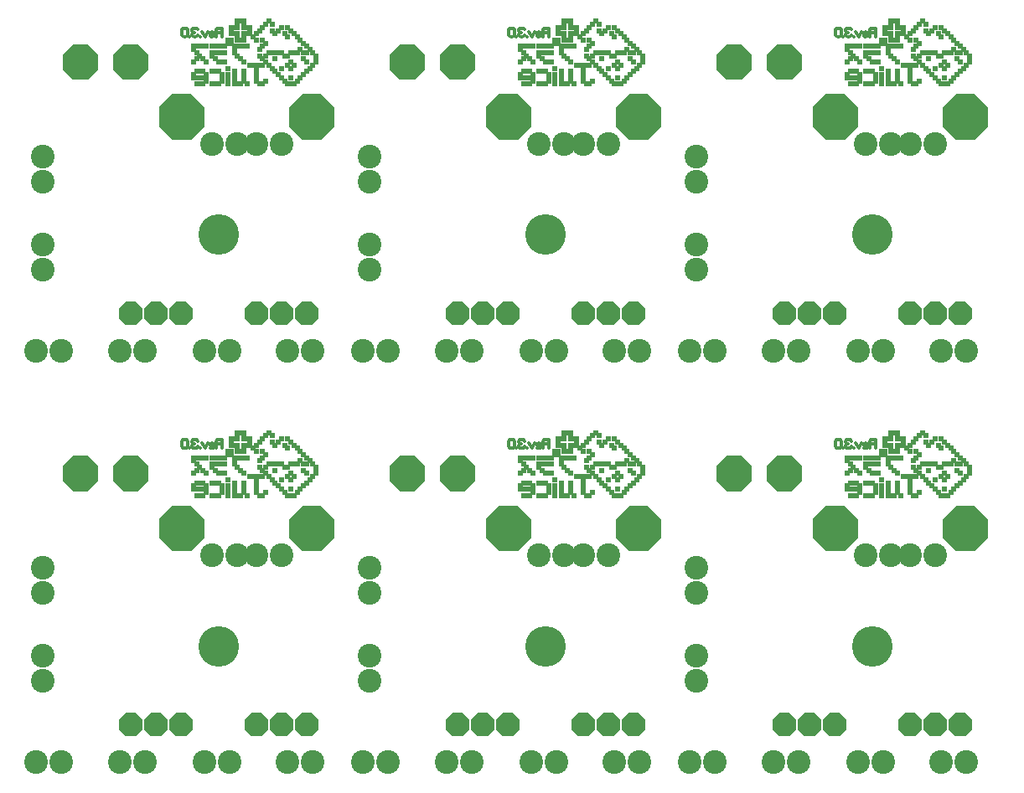
<source format=gbr>
%FSLAX34Y34*%
%MOMM*%
%LNSOLDERMASK_BOTTOM*%
G71*
G01*
%ADD10C, 2.40*%
%ADD11R, 0.47X0.47*%
%ADD12C, 0.31*%
%ADD13C, 2.40*%
%ADD14C, 4.10*%
%LPD*%
G36*
X143412Y933918D02*
X132882Y923388D01*
X117942Y923388D01*
X107412Y933918D01*
X107412Y948858D01*
X117942Y959388D01*
X132882Y959388D01*
X143412Y948858D01*
X143412Y933918D01*
G37*
G36*
X92612Y933918D02*
X82082Y923388D01*
X67142Y923388D01*
X56612Y933918D01*
X56612Y948858D01*
X67142Y959388D01*
X82082Y959388D01*
X92612Y948858D01*
X92612Y933918D01*
G37*
X36512Y820738D02*
G54D10*
D03*
X36512Y846138D02*
G54D10*
D03*
X36512Y731838D02*
G54D10*
D03*
X36512Y757238D02*
G54D10*
D03*
G36*
X56612Y948858D02*
X67142Y959388D01*
X82082Y959388D01*
X92612Y948858D01*
X92612Y933918D01*
X82082Y923388D01*
X67142Y923388D01*
X56612Y933918D01*
X56612Y948858D01*
G37*
X36512Y846138D02*
G54D10*
D03*
X36512Y757238D02*
G54D10*
D03*
X207962Y858838D02*
G54D10*
D03*
G36*
X113413Y692367D02*
X120433Y699387D01*
X130393Y699387D01*
X137413Y692367D01*
X137413Y682407D01*
X130393Y675387D01*
X120433Y675387D01*
X113413Y682407D01*
X113413Y692367D01*
G37*
G36*
X138813Y692367D02*
X145833Y699387D01*
X155793Y699387D01*
X162813Y692367D01*
X162813Y682407D01*
X155793Y675387D01*
X145833Y675387D01*
X138813Y682407D01*
X138813Y692367D01*
G37*
G36*
X164212Y692367D02*
X171232Y699387D01*
X181192Y699387D01*
X188212Y692367D01*
X188212Y682407D01*
X181192Y675387D01*
X171232Y675387D01*
X164212Y682407D01*
X164212Y692367D01*
G37*
G36*
X138813Y692367D02*
X145833Y699387D01*
X155793Y699387D01*
X162813Y692367D01*
X162813Y682407D01*
X155793Y675387D01*
X145833Y675387D01*
X138813Y682407D01*
X138813Y692367D01*
G37*
X277812Y858838D02*
G54D10*
D03*
X252809Y858838D02*
G54D10*
D03*
X232966Y858837D02*
G54D10*
D03*
X207962Y858837D02*
G54D10*
D03*
G36*
X331570Y876280D02*
X318115Y862825D01*
X299025Y862825D01*
X285570Y876280D01*
X285570Y895370D01*
X299025Y908825D01*
X318115Y908825D01*
X331570Y895370D01*
X331570Y876280D01*
G37*
G36*
X200006Y876280D02*
X186551Y862825D01*
X167461Y862825D01*
X154006Y876280D01*
X154006Y895370D01*
X167461Y908825D01*
X186551Y908825D01*
X200006Y895370D01*
X200006Y876280D01*
G37*
X312738Y941388D02*
G54D11*
D03*
X309562Y938212D02*
G54D11*
D03*
X306388Y935038D02*
G54D11*
D03*
X303212Y931862D02*
G54D11*
D03*
X312738Y947738D02*
G54D11*
D03*
X309562Y950912D02*
G54D11*
D03*
X306388Y954088D02*
G54D11*
D03*
X303212Y957262D02*
G54D11*
D03*
X300038Y960438D02*
G54D11*
D03*
X300038Y928688D02*
G54D11*
D03*
X296862Y925512D02*
G54D11*
D03*
X293688Y922338D02*
G54D11*
D03*
X290512Y919162D02*
G54D11*
D03*
X284162Y919162D02*
G54D11*
D03*
X280988Y922338D02*
G54D11*
D03*
X277812Y925512D02*
G54D11*
D03*
X274638Y928688D02*
G54D11*
D03*
X271462Y931862D02*
G54D11*
D03*
X268288Y935038D02*
G54D11*
D03*
X265112Y938212D02*
G54D11*
D03*
X261938Y941388D02*
G54D11*
D03*
X258762Y944562D02*
G54D11*
D03*
X296862Y963612D02*
G54D11*
D03*
X293688Y966788D02*
G54D11*
D03*
X290512Y969962D02*
G54D11*
D03*
X287338Y973138D02*
G54D11*
D03*
X271462Y969962D02*
G54D11*
D03*
X261938Y960438D02*
G54D11*
D03*
X258762Y963612D02*
G54D11*
D03*
X268288Y973138D02*
G54D11*
D03*
X268288Y979488D02*
G54D11*
D03*
X265112Y982662D02*
G54D11*
D03*
X261938Y979488D02*
G54D11*
D03*
X258762Y976312D02*
G54D11*
D03*
X255588Y973138D02*
G54D11*
D03*
X252412Y969962D02*
G54D11*
D03*
X249238Y966788D02*
G54D11*
D03*
X252412Y963612D02*
G54D11*
D03*
X303212Y950912D02*
G54D11*
D03*
X300038Y950912D02*
G54D11*
D03*
X296862Y954088D02*
G54D11*
D03*
X293688Y950912D02*
G54D11*
D03*
X290512Y950912D02*
G54D11*
D03*
X287338Y950912D02*
G54D11*
D03*
X284162Y947738D02*
G54D11*
D03*
X280988Y947738D02*
G54D11*
D03*
X277812Y950912D02*
G54D11*
D03*
X274638Y950912D02*
G54D11*
D03*
X271462Y950912D02*
G54D11*
D03*
X268288Y950912D02*
G54D11*
D03*
X265112Y950912D02*
G54D11*
D03*
X261938Y947738D02*
G54D11*
D03*
X246062Y976312D02*
G54D11*
D03*
X246062Y973138D02*
G54D11*
D03*
X246062Y969962D02*
G54D11*
D03*
X242888Y969962D02*
G54D11*
D03*
X242888Y976312D02*
G54D11*
D03*
X239712Y976312D02*
G54D11*
D03*
X239712Y979488D02*
G54D11*
D03*
X239712Y982662D02*
G54D11*
D03*
X236538Y982662D02*
G54D11*
D03*
X233362Y982662D02*
G54D11*
D03*
X233362Y979488D02*
G54D11*
D03*
X233362Y976312D02*
G54D11*
D03*
X230188Y976312D02*
G54D11*
D03*
X227012Y976312D02*
G54D11*
D03*
X227012Y973138D02*
G54D11*
D03*
X227012Y969962D02*
G54D11*
D03*
X230188Y969962D02*
G54D11*
D03*
X233362Y969962D02*
G54D11*
D03*
X239712Y969962D02*
G54D11*
D03*
X239712Y966788D02*
G54D11*
D03*
X239712Y963612D02*
G54D11*
D03*
X236538Y963612D02*
G54D11*
D03*
X233362Y963612D02*
G54D11*
D03*
X233362Y966788D02*
G54D11*
D03*
X284162Y976312D02*
G54D11*
D03*
X277812Y976312D02*
G54D11*
D03*
X274638Y973138D02*
G54D11*
D03*
X258762Y957262D02*
G54D11*
D03*
X255588Y954088D02*
G54D11*
D03*
X255588Y947738D02*
G54D11*
D03*
X258762Y938212D02*
G54D11*
D03*
X255588Y938212D02*
G54D11*
D03*
X252412Y938212D02*
G54D11*
D03*
X249238Y938212D02*
G54D11*
D03*
X246062Y938212D02*
G54D11*
D03*
X252412Y935038D02*
G54D11*
D03*
X252412Y931862D02*
G54D11*
D03*
X252412Y928688D02*
G54D11*
D03*
X252412Y925512D02*
G54D11*
D03*
X252412Y922338D02*
G54D11*
D03*
X255588Y919162D02*
G54D11*
D03*
X258762Y919162D02*
G54D11*
D03*
X261938Y922338D02*
G54D11*
D03*
X242888Y919162D02*
G54D11*
D03*
X239712Y922338D02*
G54D11*
D03*
X239712Y925512D02*
G54D11*
D03*
X239712Y928688D02*
G54D11*
D03*
X239712Y931862D02*
G54D11*
D03*
X236538Y919162D02*
G54D11*
D03*
X233362Y919162D02*
G54D11*
D03*
X230188Y919162D02*
G54D11*
D03*
X230188Y922338D02*
G54D11*
D03*
X230188Y925512D02*
G54D11*
D03*
X230188Y928688D02*
G54D11*
D03*
X230188Y931862D02*
G54D11*
D03*
X223838Y935038D02*
G54D11*
D03*
X223838Y928688D02*
G54D11*
D03*
X223838Y925512D02*
G54D11*
D03*
X223838Y922338D02*
G54D11*
D03*
X223838Y919162D02*
G54D11*
D03*
X217488Y922338D02*
G54D11*
D03*
X217488Y925512D02*
G54D11*
D03*
X217488Y928688D02*
G54D11*
D03*
X214312Y931862D02*
G54D11*
D03*
X211138Y931862D02*
G54D11*
D03*
X214312Y919162D02*
G54D11*
D03*
X211138Y919162D02*
G54D11*
D03*
X207962Y919162D02*
G54D11*
D03*
X207962Y931862D02*
G54D11*
D03*
X201612Y922338D02*
G54D11*
D03*
X201612Y925512D02*
G54D11*
D03*
X201612Y928688D02*
G54D11*
D03*
X198438Y931862D02*
G54D11*
D03*
X195262Y931862D02*
G54D11*
D03*
X192088Y931862D02*
G54D11*
D03*
X198438Y919162D02*
G54D11*
D03*
X195262Y919162D02*
G54D11*
D03*
X192088Y919162D02*
G54D11*
D03*
X188912Y928688D02*
G54D11*
D03*
X188912Y925512D02*
G54D11*
D03*
X192088Y925512D02*
G54D11*
D03*
X195262Y925512D02*
G54D11*
D03*
X198438Y925512D02*
G54D11*
D03*
X290512Y938212D02*
G54D11*
D03*
X287338Y935038D02*
G54D11*
D03*
X284162Y938212D02*
G54D11*
D03*
X287338Y941388D02*
G54D11*
D03*
X277812Y935038D02*
G54D11*
D03*
X300038Y944562D02*
G54D11*
D03*
X271462Y944562D02*
G54D11*
D03*
X287338Y925512D02*
G54D11*
D03*
X303212Y941388D02*
G54D11*
D03*
X242888Y957262D02*
G54D11*
D03*
X239712Y957262D02*
G54D11*
D03*
X236538Y957262D02*
G54D11*
D03*
X233362Y957262D02*
G54D11*
D03*
X230188Y957262D02*
G54D11*
D03*
X230188Y954088D02*
G54D11*
D03*
X230188Y950912D02*
G54D11*
D03*
X233362Y947738D02*
G54D11*
D03*
X236538Y944562D02*
G54D11*
D03*
X239712Y941388D02*
G54D11*
D03*
X227012Y963612D02*
G54D11*
D03*
X227012Y960438D02*
G54D11*
D03*
X223838Y960438D02*
G54D11*
D03*
X223838Y963612D02*
G54D11*
D03*
X220662Y957262D02*
G54D11*
D03*
X217488Y957262D02*
G54D11*
D03*
X214312Y957262D02*
G54D11*
D03*
X211138Y957262D02*
G54D11*
D03*
X207962Y957262D02*
G54D11*
D03*
X220662Y950912D02*
G54D11*
D03*
X217488Y950912D02*
G54D11*
D03*
X214312Y950912D02*
G54D11*
D03*
X211138Y950912D02*
G54D11*
D03*
X207962Y950912D02*
G54D11*
D03*
X207962Y947738D02*
G54D11*
D03*
X211138Y944562D02*
G54D11*
D03*
X214312Y941388D02*
G54D11*
D03*
X220662Y941388D02*
G54D11*
D03*
X217488Y941388D02*
G54D11*
D03*
X201612Y957262D02*
G54D11*
D03*
X198438Y957262D02*
G54D11*
D03*
X195262Y957262D02*
G54D11*
D03*
X192088Y957262D02*
G54D11*
D03*
X188912Y957262D02*
G54D11*
D03*
X188912Y954088D02*
G54D11*
D03*
X192088Y950912D02*
G54D11*
D03*
X195262Y947738D02*
G54D11*
D03*
X198438Y944562D02*
G54D11*
D03*
X201612Y941388D02*
G54D11*
D03*
X192088Y944562D02*
G54D11*
D03*
X188912Y941388D02*
G54D11*
D03*
X280988Y969962D02*
G54D11*
D03*
X284162Y966788D02*
G54D11*
D03*
G54D12*
X214821Y971232D02*
X212821Y970121D01*
X212154Y969010D01*
X212154Y966788D01*
G54D12*
X217488Y966788D02*
X217488Y975676D01*
X214154Y975676D01*
X212821Y975121D01*
X212154Y974010D01*
X212154Y972899D01*
X212821Y971788D01*
X214154Y971232D01*
X217488Y971232D01*
G54D12*
X205710Y967343D02*
X206777Y966788D01*
X208110Y966788D01*
X209444Y967343D01*
X209710Y968454D01*
X209710Y970343D01*
X209044Y971454D01*
X207710Y971788D01*
X206377Y971454D01*
X205710Y970676D01*
X205710Y969565D01*
X209710Y969565D01*
G54D12*
X203266Y971788D02*
X200600Y966788D01*
X197933Y971788D01*
G54D12*
X195490Y966788D02*
X195490Y966788D01*
G54D12*
X193046Y974010D02*
X192379Y975121D01*
X191046Y975676D01*
X189712Y975676D01*
X188379Y975121D01*
X187712Y974010D01*
X187712Y972899D01*
X188379Y971788D01*
X189712Y971232D01*
X188379Y970676D01*
X187712Y969565D01*
X187712Y968454D01*
X188379Y967343D01*
X189712Y966788D01*
X191046Y966788D01*
X192379Y967343D01*
X193046Y968454D01*
G54D12*
X185268Y966788D02*
X185268Y966788D01*
G54D12*
X177491Y974010D02*
X177491Y968454D01*
X178158Y967343D01*
X179491Y966788D01*
X180824Y966788D01*
X182158Y967343D01*
X182824Y968454D01*
X182824Y974010D01*
X182158Y975121D01*
X180824Y975676D01*
X179491Y975676D01*
X178158Y975121D01*
X177491Y974010D01*
X287338Y919162D02*
G54D11*
D03*
X312738Y944562D02*
G54D11*
D03*
G36*
X240412Y692368D02*
X247432Y699388D01*
X257392Y699388D01*
X264412Y692368D01*
X264412Y682408D01*
X257392Y675388D01*
X247432Y675388D01*
X240412Y682408D01*
X240412Y692368D01*
G37*
G36*
X265813Y692368D02*
X272833Y699388D01*
X282793Y699388D01*
X289813Y692368D01*
X289813Y682408D01*
X282793Y675388D01*
X272833Y675388D01*
X265813Y682408D01*
X265813Y692368D01*
G37*
G36*
X291212Y692368D02*
X298232Y699388D01*
X308192Y699388D01*
X315212Y692368D01*
X315212Y682408D01*
X308192Y675388D01*
X298232Y675388D01*
X291212Y682408D01*
X291212Y692368D01*
G37*
G36*
X265813Y692368D02*
X272833Y699388D01*
X282793Y699388D01*
X289813Y692368D01*
X289813Y682408D01*
X282793Y675388D01*
X272833Y675388D01*
X265813Y682408D01*
X265813Y692368D01*
G37*
X55562Y649288D02*
G54D13*
D03*
X30162Y649288D02*
G54D13*
D03*
X139700Y649288D02*
G54D13*
D03*
X114300Y649288D02*
G54D13*
D03*
X225425Y649288D02*
G54D13*
D03*
X200025Y649288D02*
G54D13*
D03*
X309562Y649288D02*
G54D13*
D03*
X284162Y649288D02*
G54D13*
D03*
X55562Y649288D02*
G54D13*
D03*
X139702Y649288D02*
G54D13*
D03*
X225422Y649288D02*
G54D13*
D03*
X309562Y649288D02*
G54D13*
D03*
X214312Y766762D02*
G54D14*
D03*
G36*
X473612Y933918D02*
X463082Y923388D01*
X448142Y923388D01*
X437612Y933918D01*
X437612Y948858D01*
X448142Y959388D01*
X463082Y959388D01*
X473612Y948858D01*
X473612Y933918D01*
G37*
G36*
X422812Y933918D02*
X412282Y923388D01*
X397342Y923388D01*
X386812Y933918D01*
X386812Y948858D01*
X397342Y959388D01*
X412282Y959388D01*
X422812Y948858D01*
X422812Y933918D01*
G37*
X366712Y820738D02*
G54D10*
D03*
X366712Y846138D02*
G54D10*
D03*
X366712Y731838D02*
G54D10*
D03*
X366712Y757238D02*
G54D10*
D03*
G36*
X386812Y948858D02*
X397342Y959388D01*
X412282Y959388D01*
X422812Y948858D01*
X422812Y933918D01*
X412282Y923388D01*
X397342Y923388D01*
X386812Y933918D01*
X386812Y948858D01*
G37*
X366712Y846138D02*
G54D10*
D03*
X366712Y757238D02*
G54D10*
D03*
X538162Y858838D02*
G54D10*
D03*
G36*
X443613Y692367D02*
X450633Y699387D01*
X460593Y699387D01*
X467613Y692367D01*
X467613Y682407D01*
X460593Y675387D01*
X450633Y675387D01*
X443613Y682407D01*
X443613Y692367D01*
G37*
G36*
X469013Y692367D02*
X476033Y699387D01*
X485993Y699387D01*
X493013Y692367D01*
X493013Y682407D01*
X485993Y675387D01*
X476033Y675387D01*
X469013Y682407D01*
X469013Y692367D01*
G37*
G36*
X494412Y692367D02*
X501432Y699387D01*
X511392Y699387D01*
X518412Y692367D01*
X518412Y682407D01*
X511392Y675387D01*
X501432Y675387D01*
X494412Y682407D01*
X494412Y692367D01*
G37*
G36*
X469013Y692367D02*
X476033Y699387D01*
X485993Y699387D01*
X493013Y692367D01*
X493013Y682407D01*
X485993Y675387D01*
X476033Y675387D01*
X469013Y682407D01*
X469013Y692367D01*
G37*
X608012Y858838D02*
G54D10*
D03*
X583009Y858838D02*
G54D10*
D03*
X563166Y858837D02*
G54D10*
D03*
X538162Y858837D02*
G54D10*
D03*
G36*
X661770Y876280D02*
X648315Y862825D01*
X629225Y862825D01*
X615770Y876280D01*
X615770Y895370D01*
X629225Y908825D01*
X648315Y908825D01*
X661770Y895370D01*
X661770Y876280D01*
G37*
G36*
X530206Y876280D02*
X516751Y862825D01*
X497661Y862825D01*
X484206Y876280D01*
X484206Y895370D01*
X497661Y908825D01*
X516751Y908825D01*
X530206Y895370D01*
X530206Y876280D01*
G37*
X642938Y941388D02*
G54D11*
D03*
X639762Y938212D02*
G54D11*
D03*
X636588Y935038D02*
G54D11*
D03*
X633412Y931862D02*
G54D11*
D03*
X642938Y947738D02*
G54D11*
D03*
X639762Y950912D02*
G54D11*
D03*
X636588Y954088D02*
G54D11*
D03*
X633412Y957262D02*
G54D11*
D03*
X630238Y960438D02*
G54D11*
D03*
X630238Y928688D02*
G54D11*
D03*
X627062Y925512D02*
G54D11*
D03*
X623888Y922338D02*
G54D11*
D03*
X620712Y919162D02*
G54D11*
D03*
X614362Y919162D02*
G54D11*
D03*
X611188Y922338D02*
G54D11*
D03*
X608012Y925512D02*
G54D11*
D03*
X604838Y928688D02*
G54D11*
D03*
X601662Y931862D02*
G54D11*
D03*
X598488Y935038D02*
G54D11*
D03*
X595312Y938212D02*
G54D11*
D03*
X592138Y941388D02*
G54D11*
D03*
X588962Y944562D02*
G54D11*
D03*
X627062Y963612D02*
G54D11*
D03*
X623888Y966788D02*
G54D11*
D03*
X620712Y969962D02*
G54D11*
D03*
X617538Y973138D02*
G54D11*
D03*
X601662Y969962D02*
G54D11*
D03*
X592138Y960438D02*
G54D11*
D03*
X588962Y963612D02*
G54D11*
D03*
X598488Y973138D02*
G54D11*
D03*
X598488Y979488D02*
G54D11*
D03*
X595312Y982662D02*
G54D11*
D03*
X592138Y979488D02*
G54D11*
D03*
X588962Y976312D02*
G54D11*
D03*
X585788Y973138D02*
G54D11*
D03*
X582612Y969962D02*
G54D11*
D03*
X579438Y966788D02*
G54D11*
D03*
X582612Y963612D02*
G54D11*
D03*
X633412Y950912D02*
G54D11*
D03*
X630238Y950912D02*
G54D11*
D03*
X627062Y954088D02*
G54D11*
D03*
X623888Y950912D02*
G54D11*
D03*
X620712Y950912D02*
G54D11*
D03*
X617538Y950912D02*
G54D11*
D03*
X614362Y947738D02*
G54D11*
D03*
X611188Y947738D02*
G54D11*
D03*
X608012Y950912D02*
G54D11*
D03*
X604838Y950912D02*
G54D11*
D03*
X601662Y950912D02*
G54D11*
D03*
X598488Y950912D02*
G54D11*
D03*
X595312Y950912D02*
G54D11*
D03*
X592138Y947738D02*
G54D11*
D03*
X576262Y976312D02*
G54D11*
D03*
X576262Y973138D02*
G54D11*
D03*
X576262Y969962D02*
G54D11*
D03*
X573088Y969962D02*
G54D11*
D03*
X573088Y976312D02*
G54D11*
D03*
X569912Y976312D02*
G54D11*
D03*
X569912Y979488D02*
G54D11*
D03*
X569912Y982662D02*
G54D11*
D03*
X566738Y982662D02*
G54D11*
D03*
X563562Y982662D02*
G54D11*
D03*
X563562Y979488D02*
G54D11*
D03*
X563562Y976312D02*
G54D11*
D03*
X560388Y976312D02*
G54D11*
D03*
X557212Y976312D02*
G54D11*
D03*
X557212Y973138D02*
G54D11*
D03*
X557212Y969962D02*
G54D11*
D03*
X560388Y969962D02*
G54D11*
D03*
X563562Y969962D02*
G54D11*
D03*
X569912Y969962D02*
G54D11*
D03*
X569912Y966788D02*
G54D11*
D03*
X569912Y963612D02*
G54D11*
D03*
X566738Y963612D02*
G54D11*
D03*
X563562Y963612D02*
G54D11*
D03*
X563562Y966788D02*
G54D11*
D03*
X614362Y976312D02*
G54D11*
D03*
X608012Y976312D02*
G54D11*
D03*
X604838Y973138D02*
G54D11*
D03*
X588962Y957262D02*
G54D11*
D03*
X585788Y954088D02*
G54D11*
D03*
X585788Y947738D02*
G54D11*
D03*
X588962Y938212D02*
G54D11*
D03*
X585788Y938212D02*
G54D11*
D03*
X582612Y938212D02*
G54D11*
D03*
X579438Y938212D02*
G54D11*
D03*
X576262Y938212D02*
G54D11*
D03*
X582612Y935038D02*
G54D11*
D03*
X582612Y931862D02*
G54D11*
D03*
X582612Y928688D02*
G54D11*
D03*
X582612Y925512D02*
G54D11*
D03*
X582612Y922338D02*
G54D11*
D03*
X585788Y919162D02*
G54D11*
D03*
X588962Y919162D02*
G54D11*
D03*
X592138Y922338D02*
G54D11*
D03*
X573088Y919162D02*
G54D11*
D03*
X569912Y922338D02*
G54D11*
D03*
X569912Y925512D02*
G54D11*
D03*
X569912Y928688D02*
G54D11*
D03*
X569912Y931862D02*
G54D11*
D03*
X566738Y919162D02*
G54D11*
D03*
X563562Y919162D02*
G54D11*
D03*
X560388Y919162D02*
G54D11*
D03*
X560388Y922338D02*
G54D11*
D03*
X560388Y925512D02*
G54D11*
D03*
X560388Y928688D02*
G54D11*
D03*
X560388Y931862D02*
G54D11*
D03*
X554038Y935038D02*
G54D11*
D03*
X554038Y928688D02*
G54D11*
D03*
X554038Y925512D02*
G54D11*
D03*
X554038Y922338D02*
G54D11*
D03*
X554038Y919162D02*
G54D11*
D03*
X547688Y922338D02*
G54D11*
D03*
X547688Y925512D02*
G54D11*
D03*
X547688Y928688D02*
G54D11*
D03*
X544512Y931862D02*
G54D11*
D03*
X541338Y931862D02*
G54D11*
D03*
X544512Y919162D02*
G54D11*
D03*
X541338Y919162D02*
G54D11*
D03*
X538162Y919162D02*
G54D11*
D03*
X538162Y931862D02*
G54D11*
D03*
X531812Y922338D02*
G54D11*
D03*
X531812Y925512D02*
G54D11*
D03*
X531812Y928688D02*
G54D11*
D03*
X528638Y931862D02*
G54D11*
D03*
X525462Y931862D02*
G54D11*
D03*
X522288Y931862D02*
G54D11*
D03*
X528638Y919162D02*
G54D11*
D03*
X525462Y919162D02*
G54D11*
D03*
X522288Y919162D02*
G54D11*
D03*
X519112Y928688D02*
G54D11*
D03*
X519112Y925512D02*
G54D11*
D03*
X522288Y925512D02*
G54D11*
D03*
X525462Y925512D02*
G54D11*
D03*
X528638Y925512D02*
G54D11*
D03*
X620712Y938212D02*
G54D11*
D03*
X617538Y935038D02*
G54D11*
D03*
X614362Y938212D02*
G54D11*
D03*
X617538Y941388D02*
G54D11*
D03*
X608012Y935038D02*
G54D11*
D03*
X630238Y944562D02*
G54D11*
D03*
X601662Y944562D02*
G54D11*
D03*
X617538Y925512D02*
G54D11*
D03*
X633412Y941388D02*
G54D11*
D03*
X573088Y957262D02*
G54D11*
D03*
X569912Y957262D02*
G54D11*
D03*
X566738Y957262D02*
G54D11*
D03*
X563562Y957262D02*
G54D11*
D03*
X560388Y957262D02*
G54D11*
D03*
X560388Y954088D02*
G54D11*
D03*
X560388Y950912D02*
G54D11*
D03*
X563562Y947738D02*
G54D11*
D03*
X566738Y944562D02*
G54D11*
D03*
X569912Y941388D02*
G54D11*
D03*
X557212Y963612D02*
G54D11*
D03*
X557212Y960438D02*
G54D11*
D03*
X554038Y960438D02*
G54D11*
D03*
X554038Y963612D02*
G54D11*
D03*
X550862Y957262D02*
G54D11*
D03*
X547688Y957262D02*
G54D11*
D03*
X544512Y957262D02*
G54D11*
D03*
X541338Y957262D02*
G54D11*
D03*
X538162Y957262D02*
G54D11*
D03*
X550862Y950912D02*
G54D11*
D03*
X547688Y950912D02*
G54D11*
D03*
X544512Y950912D02*
G54D11*
D03*
X541338Y950912D02*
G54D11*
D03*
X538162Y950912D02*
G54D11*
D03*
X538162Y947738D02*
G54D11*
D03*
X541338Y944562D02*
G54D11*
D03*
X544512Y941388D02*
G54D11*
D03*
X550862Y941388D02*
G54D11*
D03*
X547688Y941388D02*
G54D11*
D03*
X531812Y957262D02*
G54D11*
D03*
X528638Y957262D02*
G54D11*
D03*
X525462Y957262D02*
G54D11*
D03*
X522288Y957262D02*
G54D11*
D03*
X519112Y957262D02*
G54D11*
D03*
X519112Y954088D02*
G54D11*
D03*
X522288Y950912D02*
G54D11*
D03*
X525462Y947738D02*
G54D11*
D03*
X528638Y944562D02*
G54D11*
D03*
X531812Y941388D02*
G54D11*
D03*
X522288Y944562D02*
G54D11*
D03*
X519112Y941388D02*
G54D11*
D03*
X611188Y969962D02*
G54D11*
D03*
X614362Y966788D02*
G54D11*
D03*
G54D12*
X545021Y971232D02*
X543021Y970121D01*
X542354Y969010D01*
X542354Y966788D01*
G54D12*
X547688Y966788D02*
X547688Y975676D01*
X544354Y975676D01*
X543021Y975121D01*
X542354Y974010D01*
X542354Y972899D01*
X543021Y971788D01*
X544354Y971232D01*
X547688Y971232D01*
G54D12*
X535910Y967343D02*
X536977Y966788D01*
X538310Y966788D01*
X539644Y967343D01*
X539910Y968454D01*
X539910Y970343D01*
X539244Y971454D01*
X537910Y971788D01*
X536577Y971454D01*
X535910Y970676D01*
X535910Y969565D01*
X539910Y969565D01*
G54D12*
X533466Y971788D02*
X530800Y966788D01*
X528133Y971788D01*
G54D12*
X525690Y966788D02*
X525690Y966788D01*
G54D12*
X523246Y974010D02*
X522579Y975121D01*
X521246Y975676D01*
X519912Y975676D01*
X518579Y975121D01*
X517912Y974010D01*
X517912Y972899D01*
X518579Y971788D01*
X519912Y971232D01*
X518579Y970676D01*
X517912Y969565D01*
X517912Y968454D01*
X518579Y967343D01*
X519912Y966788D01*
X521246Y966788D01*
X522579Y967343D01*
X523246Y968454D01*
G54D12*
X515468Y966788D02*
X515468Y966788D01*
G54D12*
X507691Y974010D02*
X507691Y968454D01*
X508358Y967343D01*
X509691Y966788D01*
X511024Y966788D01*
X512358Y967343D01*
X513024Y968454D01*
X513024Y974010D01*
X512358Y975121D01*
X511024Y975676D01*
X509691Y975676D01*
X508358Y975121D01*
X507691Y974010D01*
X617538Y919162D02*
G54D11*
D03*
X642938Y944562D02*
G54D11*
D03*
G36*
X570612Y692368D02*
X577632Y699388D01*
X587592Y699388D01*
X594612Y692368D01*
X594612Y682408D01*
X587592Y675388D01*
X577632Y675388D01*
X570612Y682408D01*
X570612Y692368D01*
G37*
G36*
X596013Y692368D02*
X603033Y699388D01*
X612993Y699388D01*
X620013Y692368D01*
X620013Y682408D01*
X612993Y675388D01*
X603033Y675388D01*
X596013Y682408D01*
X596013Y692368D01*
G37*
G36*
X621412Y692368D02*
X628432Y699388D01*
X638392Y699388D01*
X645412Y692368D01*
X645412Y682408D01*
X638392Y675388D01*
X628432Y675388D01*
X621412Y682408D01*
X621412Y692368D01*
G37*
G36*
X596013Y692368D02*
X603033Y699388D01*
X612993Y699388D01*
X620013Y692368D01*
X620013Y682408D01*
X612993Y675388D01*
X603033Y675388D01*
X596013Y682408D01*
X596013Y692368D01*
G37*
X385762Y649288D02*
G54D13*
D03*
X360362Y649288D02*
G54D13*
D03*
X469900Y649288D02*
G54D13*
D03*
X444500Y649288D02*
G54D13*
D03*
X555625Y649288D02*
G54D13*
D03*
X530225Y649288D02*
G54D13*
D03*
X639762Y649288D02*
G54D13*
D03*
X614362Y649288D02*
G54D13*
D03*
X385762Y649288D02*
G54D13*
D03*
X469902Y649288D02*
G54D13*
D03*
X555622Y649288D02*
G54D13*
D03*
X639762Y649288D02*
G54D13*
D03*
X544512Y766762D02*
G54D14*
D03*
G36*
X803812Y933918D02*
X793282Y923388D01*
X778342Y923388D01*
X767812Y933918D01*
X767812Y948858D01*
X778342Y959388D01*
X793282Y959388D01*
X803812Y948858D01*
X803812Y933918D01*
G37*
G36*
X753012Y933918D02*
X742482Y923388D01*
X727542Y923388D01*
X717012Y933918D01*
X717012Y948858D01*
X727542Y959388D01*
X742482Y959388D01*
X753012Y948858D01*
X753012Y933918D01*
G37*
X696912Y820738D02*
G54D10*
D03*
X696912Y846138D02*
G54D10*
D03*
X696912Y731838D02*
G54D10*
D03*
X696912Y757238D02*
G54D10*
D03*
G36*
X717012Y948858D02*
X727542Y959388D01*
X742482Y959388D01*
X753012Y948858D01*
X753012Y933918D01*
X742482Y923388D01*
X727542Y923388D01*
X717012Y933918D01*
X717012Y948858D01*
G37*
X696912Y846138D02*
G54D10*
D03*
X696912Y757238D02*
G54D10*
D03*
X868362Y858838D02*
G54D10*
D03*
G36*
X773813Y692367D02*
X780833Y699387D01*
X790793Y699387D01*
X797813Y692367D01*
X797813Y682407D01*
X790793Y675387D01*
X780833Y675387D01*
X773813Y682407D01*
X773813Y692367D01*
G37*
G36*
X799213Y692367D02*
X806233Y699387D01*
X816193Y699387D01*
X823213Y692367D01*
X823213Y682407D01*
X816193Y675387D01*
X806233Y675387D01*
X799213Y682407D01*
X799213Y692367D01*
G37*
G36*
X824612Y692367D02*
X831632Y699387D01*
X841592Y699387D01*
X848612Y692367D01*
X848612Y682407D01*
X841592Y675387D01*
X831632Y675387D01*
X824612Y682407D01*
X824612Y692367D01*
G37*
G36*
X799213Y692367D02*
X806233Y699387D01*
X816193Y699387D01*
X823213Y692367D01*
X823213Y682407D01*
X816193Y675387D01*
X806233Y675387D01*
X799213Y682407D01*
X799213Y692367D01*
G37*
X938212Y858838D02*
G54D10*
D03*
X913209Y858838D02*
G54D10*
D03*
X893366Y858837D02*
G54D10*
D03*
X868362Y858837D02*
G54D10*
D03*
G36*
X991970Y876280D02*
X978515Y862825D01*
X959425Y862825D01*
X945970Y876280D01*
X945970Y895370D01*
X959425Y908825D01*
X978515Y908825D01*
X991970Y895370D01*
X991970Y876280D01*
G37*
G36*
X860406Y876280D02*
X846951Y862825D01*
X827861Y862825D01*
X814406Y876280D01*
X814406Y895370D01*
X827861Y908825D01*
X846951Y908825D01*
X860406Y895370D01*
X860406Y876280D01*
G37*
X973138Y941388D02*
G54D11*
D03*
X969962Y938212D02*
G54D11*
D03*
X966788Y935038D02*
G54D11*
D03*
X963612Y931862D02*
G54D11*
D03*
X973138Y947738D02*
G54D11*
D03*
X969962Y950912D02*
G54D11*
D03*
X966788Y954088D02*
G54D11*
D03*
X963612Y957262D02*
G54D11*
D03*
X960438Y960438D02*
G54D11*
D03*
X960438Y928688D02*
G54D11*
D03*
X957262Y925512D02*
G54D11*
D03*
X954088Y922338D02*
G54D11*
D03*
X950912Y919162D02*
G54D11*
D03*
X944562Y919162D02*
G54D11*
D03*
X941388Y922338D02*
G54D11*
D03*
X938212Y925512D02*
G54D11*
D03*
X935038Y928688D02*
G54D11*
D03*
X931862Y931862D02*
G54D11*
D03*
X928688Y935038D02*
G54D11*
D03*
X925512Y938212D02*
G54D11*
D03*
X922338Y941388D02*
G54D11*
D03*
X919162Y944562D02*
G54D11*
D03*
X957262Y963612D02*
G54D11*
D03*
X954088Y966788D02*
G54D11*
D03*
X950912Y969962D02*
G54D11*
D03*
X947738Y973138D02*
G54D11*
D03*
X931862Y969962D02*
G54D11*
D03*
X922338Y960438D02*
G54D11*
D03*
X919162Y963612D02*
G54D11*
D03*
X928688Y973138D02*
G54D11*
D03*
X928688Y979488D02*
G54D11*
D03*
X925512Y982662D02*
G54D11*
D03*
X922338Y979488D02*
G54D11*
D03*
X919162Y976312D02*
G54D11*
D03*
X915988Y973138D02*
G54D11*
D03*
X912812Y969962D02*
G54D11*
D03*
X909638Y966788D02*
G54D11*
D03*
X912812Y963612D02*
G54D11*
D03*
X963612Y950912D02*
G54D11*
D03*
X960438Y950912D02*
G54D11*
D03*
X957262Y954088D02*
G54D11*
D03*
X954088Y950912D02*
G54D11*
D03*
X950912Y950912D02*
G54D11*
D03*
X947738Y950912D02*
G54D11*
D03*
X944562Y947738D02*
G54D11*
D03*
X941388Y947738D02*
G54D11*
D03*
X938212Y950912D02*
G54D11*
D03*
X935038Y950912D02*
G54D11*
D03*
X931862Y950912D02*
G54D11*
D03*
X928688Y950912D02*
G54D11*
D03*
X925512Y950912D02*
G54D11*
D03*
X922338Y947738D02*
G54D11*
D03*
X906462Y976312D02*
G54D11*
D03*
X906462Y973138D02*
G54D11*
D03*
X906462Y969962D02*
G54D11*
D03*
X903288Y969962D02*
G54D11*
D03*
X903288Y976312D02*
G54D11*
D03*
X900112Y976312D02*
G54D11*
D03*
X900112Y979488D02*
G54D11*
D03*
X900112Y982662D02*
G54D11*
D03*
X896938Y982662D02*
G54D11*
D03*
X893762Y982662D02*
G54D11*
D03*
X893762Y979488D02*
G54D11*
D03*
X893762Y976312D02*
G54D11*
D03*
X890588Y976312D02*
G54D11*
D03*
X887412Y976312D02*
G54D11*
D03*
X887412Y973138D02*
G54D11*
D03*
X887412Y969962D02*
G54D11*
D03*
X890588Y969962D02*
G54D11*
D03*
X893762Y969962D02*
G54D11*
D03*
X900112Y969962D02*
G54D11*
D03*
X900112Y966788D02*
G54D11*
D03*
X900112Y963612D02*
G54D11*
D03*
X896938Y963612D02*
G54D11*
D03*
X893762Y963612D02*
G54D11*
D03*
X893762Y966788D02*
G54D11*
D03*
X944562Y976312D02*
G54D11*
D03*
X938212Y976312D02*
G54D11*
D03*
X935038Y973138D02*
G54D11*
D03*
X919162Y957262D02*
G54D11*
D03*
X915988Y954088D02*
G54D11*
D03*
X915988Y947738D02*
G54D11*
D03*
X919162Y938212D02*
G54D11*
D03*
X915988Y938212D02*
G54D11*
D03*
X912812Y938212D02*
G54D11*
D03*
X909638Y938212D02*
G54D11*
D03*
X906462Y938212D02*
G54D11*
D03*
X912812Y935038D02*
G54D11*
D03*
X912812Y931862D02*
G54D11*
D03*
X912812Y928688D02*
G54D11*
D03*
X912812Y925512D02*
G54D11*
D03*
X912812Y922338D02*
G54D11*
D03*
X915988Y919162D02*
G54D11*
D03*
X919162Y919162D02*
G54D11*
D03*
X922338Y922338D02*
G54D11*
D03*
X903288Y919162D02*
G54D11*
D03*
X900112Y922338D02*
G54D11*
D03*
X900112Y925512D02*
G54D11*
D03*
X900112Y928688D02*
G54D11*
D03*
X900112Y931862D02*
G54D11*
D03*
X896938Y919162D02*
G54D11*
D03*
X893762Y919162D02*
G54D11*
D03*
X890588Y919162D02*
G54D11*
D03*
X890588Y922338D02*
G54D11*
D03*
X890588Y925512D02*
G54D11*
D03*
X890588Y928688D02*
G54D11*
D03*
X890588Y931862D02*
G54D11*
D03*
X884238Y935038D02*
G54D11*
D03*
X884238Y928688D02*
G54D11*
D03*
X884238Y925512D02*
G54D11*
D03*
X884238Y922338D02*
G54D11*
D03*
X884238Y919162D02*
G54D11*
D03*
X877888Y922338D02*
G54D11*
D03*
X877888Y925512D02*
G54D11*
D03*
X877888Y928688D02*
G54D11*
D03*
X874712Y931862D02*
G54D11*
D03*
X871538Y931862D02*
G54D11*
D03*
X874712Y919162D02*
G54D11*
D03*
X871538Y919162D02*
G54D11*
D03*
X868362Y919162D02*
G54D11*
D03*
X868362Y931862D02*
G54D11*
D03*
X862012Y922338D02*
G54D11*
D03*
X862012Y925512D02*
G54D11*
D03*
X862012Y928688D02*
G54D11*
D03*
X858838Y931862D02*
G54D11*
D03*
X855662Y931862D02*
G54D11*
D03*
X852488Y931862D02*
G54D11*
D03*
X858838Y919162D02*
G54D11*
D03*
X855662Y919162D02*
G54D11*
D03*
X852488Y919162D02*
G54D11*
D03*
X849312Y928688D02*
G54D11*
D03*
X849312Y925512D02*
G54D11*
D03*
X852488Y925512D02*
G54D11*
D03*
X855662Y925512D02*
G54D11*
D03*
X858838Y925512D02*
G54D11*
D03*
X950912Y938212D02*
G54D11*
D03*
X947738Y935038D02*
G54D11*
D03*
X944562Y938212D02*
G54D11*
D03*
X947738Y941388D02*
G54D11*
D03*
X938212Y935038D02*
G54D11*
D03*
X960438Y944562D02*
G54D11*
D03*
X931862Y944562D02*
G54D11*
D03*
X947738Y925512D02*
G54D11*
D03*
X963612Y941388D02*
G54D11*
D03*
X903288Y957262D02*
G54D11*
D03*
X900112Y957262D02*
G54D11*
D03*
X896938Y957262D02*
G54D11*
D03*
X893762Y957262D02*
G54D11*
D03*
X890588Y957262D02*
G54D11*
D03*
X890588Y954088D02*
G54D11*
D03*
X890588Y950912D02*
G54D11*
D03*
X893762Y947738D02*
G54D11*
D03*
X896938Y944562D02*
G54D11*
D03*
X900112Y941388D02*
G54D11*
D03*
X887412Y963612D02*
G54D11*
D03*
X887412Y960438D02*
G54D11*
D03*
X884238Y960438D02*
G54D11*
D03*
X884238Y963612D02*
G54D11*
D03*
X881062Y957262D02*
G54D11*
D03*
X877888Y957262D02*
G54D11*
D03*
X874712Y957262D02*
G54D11*
D03*
X871538Y957262D02*
G54D11*
D03*
X868362Y957262D02*
G54D11*
D03*
X881062Y950912D02*
G54D11*
D03*
X877888Y950912D02*
G54D11*
D03*
X874712Y950912D02*
G54D11*
D03*
X871538Y950912D02*
G54D11*
D03*
X868362Y950912D02*
G54D11*
D03*
X868362Y947738D02*
G54D11*
D03*
X871538Y944562D02*
G54D11*
D03*
X874712Y941388D02*
G54D11*
D03*
X881062Y941388D02*
G54D11*
D03*
X877888Y941388D02*
G54D11*
D03*
X862012Y957262D02*
G54D11*
D03*
X858838Y957262D02*
G54D11*
D03*
X855662Y957262D02*
G54D11*
D03*
X852488Y957262D02*
G54D11*
D03*
X849312Y957262D02*
G54D11*
D03*
X849312Y954088D02*
G54D11*
D03*
X852488Y950912D02*
G54D11*
D03*
X855662Y947738D02*
G54D11*
D03*
X858838Y944562D02*
G54D11*
D03*
X862012Y941388D02*
G54D11*
D03*
X852488Y944562D02*
G54D11*
D03*
X849312Y941388D02*
G54D11*
D03*
X941388Y969962D02*
G54D11*
D03*
X944562Y966788D02*
G54D11*
D03*
G54D12*
X875221Y971232D02*
X873221Y970121D01*
X872554Y969010D01*
X872554Y966788D01*
G54D12*
X877888Y966788D02*
X877888Y975676D01*
X874554Y975676D01*
X873221Y975121D01*
X872554Y974010D01*
X872554Y972899D01*
X873221Y971788D01*
X874554Y971232D01*
X877888Y971232D01*
G54D12*
X866110Y967343D02*
X867177Y966788D01*
X868510Y966788D01*
X869844Y967343D01*
X870110Y968454D01*
X870110Y970343D01*
X869444Y971454D01*
X868110Y971788D01*
X866777Y971454D01*
X866110Y970676D01*
X866110Y969565D01*
X870110Y969565D01*
G54D12*
X863666Y971788D02*
X861000Y966788D01*
X858333Y971788D01*
G54D12*
X855890Y966788D02*
X855890Y966788D01*
G54D12*
X853446Y974010D02*
X852779Y975121D01*
X851446Y975676D01*
X850112Y975676D01*
X848779Y975121D01*
X848112Y974010D01*
X848112Y972899D01*
X848779Y971788D01*
X850112Y971232D01*
X848779Y970676D01*
X848112Y969565D01*
X848112Y968454D01*
X848779Y967343D01*
X850112Y966788D01*
X851446Y966788D01*
X852779Y967343D01*
X853446Y968454D01*
G54D12*
X845668Y966788D02*
X845668Y966788D01*
G54D12*
X837891Y974010D02*
X837891Y968454D01*
X838558Y967343D01*
X839891Y966788D01*
X841224Y966788D01*
X842558Y967343D01*
X843224Y968454D01*
X843224Y974010D01*
X842558Y975121D01*
X841224Y975676D01*
X839891Y975676D01*
X838558Y975121D01*
X837891Y974010D01*
X947738Y919162D02*
G54D11*
D03*
X973138Y944562D02*
G54D11*
D03*
G36*
X900812Y692368D02*
X907832Y699388D01*
X917792Y699388D01*
X924812Y692368D01*
X924812Y682408D01*
X917792Y675388D01*
X907832Y675388D01*
X900812Y682408D01*
X900812Y692368D01*
G37*
G36*
X926213Y692368D02*
X933233Y699388D01*
X943193Y699388D01*
X950213Y692368D01*
X950213Y682408D01*
X943193Y675388D01*
X933233Y675388D01*
X926213Y682408D01*
X926213Y692368D01*
G37*
G36*
X951612Y692368D02*
X958632Y699388D01*
X968592Y699388D01*
X975612Y692368D01*
X975612Y682408D01*
X968592Y675388D01*
X958632Y675388D01*
X951612Y682408D01*
X951612Y692368D01*
G37*
G36*
X926213Y692368D02*
X933233Y699388D01*
X943193Y699388D01*
X950213Y692368D01*
X950213Y682408D01*
X943193Y675388D01*
X933233Y675388D01*
X926213Y682408D01*
X926213Y692368D01*
G37*
X715962Y649288D02*
G54D13*
D03*
X690562Y649288D02*
G54D13*
D03*
X800100Y649288D02*
G54D13*
D03*
X774700Y649288D02*
G54D13*
D03*
X885825Y649288D02*
G54D13*
D03*
X860425Y649288D02*
G54D13*
D03*
X969962Y649288D02*
G54D13*
D03*
X944562Y649288D02*
G54D13*
D03*
X715962Y649288D02*
G54D13*
D03*
X800102Y649288D02*
G54D13*
D03*
X885822Y649288D02*
G54D13*
D03*
X969962Y649288D02*
G54D13*
D03*
X874712Y766762D02*
G54D14*
D03*
G36*
X143412Y517992D02*
X132882Y507462D01*
X117942Y507462D01*
X107412Y517992D01*
X107412Y532932D01*
X117942Y543462D01*
X132882Y543462D01*
X143412Y532932D01*
X143412Y517992D01*
G37*
G36*
X92612Y517992D02*
X82082Y507462D01*
X67142Y507462D01*
X56612Y517992D01*
X56612Y532932D01*
X67142Y543462D01*
X82082Y543462D01*
X92612Y532932D01*
X92612Y517992D01*
G37*
X36512Y404812D02*
G54D10*
D03*
X36512Y430212D02*
G54D10*
D03*
X36512Y315912D02*
G54D10*
D03*
X36512Y341312D02*
G54D10*
D03*
G36*
X56612Y532932D02*
X67142Y543462D01*
X82082Y543462D01*
X92612Y532932D01*
X92612Y517992D01*
X82082Y507462D01*
X67142Y507462D01*
X56612Y517992D01*
X56612Y532932D01*
G37*
X36512Y430212D02*
G54D10*
D03*
X36512Y341312D02*
G54D10*
D03*
X207962Y442912D02*
G54D10*
D03*
G36*
X113413Y276442D02*
X120433Y283462D01*
X130393Y283462D01*
X137413Y276442D01*
X137413Y266482D01*
X130393Y259462D01*
X120433Y259462D01*
X113413Y266482D01*
X113413Y276442D01*
G37*
G36*
X138813Y276442D02*
X145833Y283462D01*
X155793Y283462D01*
X162813Y276442D01*
X162813Y266482D01*
X155793Y259462D01*
X145833Y259462D01*
X138813Y266482D01*
X138813Y276442D01*
G37*
G36*
X164212Y276442D02*
X171232Y283462D01*
X181192Y283462D01*
X188212Y276442D01*
X188212Y266482D01*
X181192Y259462D01*
X171232Y259462D01*
X164212Y266482D01*
X164212Y276442D01*
G37*
G36*
X138813Y276442D02*
X145833Y283462D01*
X155793Y283462D01*
X162813Y276442D01*
X162813Y266482D01*
X155793Y259462D01*
X145833Y259462D01*
X138813Y266482D01*
X138813Y276442D01*
G37*
X277812Y442912D02*
G54D10*
D03*
X252809Y442912D02*
G54D10*
D03*
X232966Y442912D02*
G54D10*
D03*
X207962Y442912D02*
G54D10*
D03*
G36*
X331570Y460355D02*
X318115Y446900D01*
X299025Y446900D01*
X285570Y460355D01*
X285570Y479445D01*
X299025Y492900D01*
X318115Y492900D01*
X331570Y479445D01*
X331570Y460355D01*
G37*
G36*
X200006Y460355D02*
X186551Y446900D01*
X167461Y446900D01*
X154006Y460355D01*
X154006Y479445D01*
X167461Y492900D01*
X186551Y492900D01*
X200006Y479445D01*
X200006Y460355D01*
G37*
X312738Y525462D02*
G54D11*
D03*
X309562Y522288D02*
G54D11*
D03*
X306388Y519112D02*
G54D11*
D03*
X303212Y515938D02*
G54D11*
D03*
X312738Y531812D02*
G54D11*
D03*
X309562Y534988D02*
G54D11*
D03*
X306388Y538162D02*
G54D11*
D03*
X303212Y541338D02*
G54D11*
D03*
X300038Y544512D02*
G54D11*
D03*
X300038Y512762D02*
G54D11*
D03*
X296862Y509588D02*
G54D11*
D03*
X293688Y506412D02*
G54D11*
D03*
X290512Y503238D02*
G54D11*
D03*
X284162Y503238D02*
G54D11*
D03*
X280988Y506412D02*
G54D11*
D03*
X277812Y509588D02*
G54D11*
D03*
X274638Y512762D02*
G54D11*
D03*
X271462Y515938D02*
G54D11*
D03*
X268288Y519112D02*
G54D11*
D03*
X265112Y522288D02*
G54D11*
D03*
X261938Y525462D02*
G54D11*
D03*
X258762Y528638D02*
G54D11*
D03*
X296862Y547688D02*
G54D11*
D03*
X293688Y550862D02*
G54D11*
D03*
X290512Y554038D02*
G54D11*
D03*
X287338Y557212D02*
G54D11*
D03*
X271462Y554038D02*
G54D11*
D03*
X261938Y544512D02*
G54D11*
D03*
X258762Y547688D02*
G54D11*
D03*
X268288Y557212D02*
G54D11*
D03*
X268288Y563562D02*
G54D11*
D03*
X265112Y566738D02*
G54D11*
D03*
X261938Y563562D02*
G54D11*
D03*
X258762Y560388D02*
G54D11*
D03*
X255588Y557212D02*
G54D11*
D03*
X252412Y554038D02*
G54D11*
D03*
X249238Y550862D02*
G54D11*
D03*
X252412Y547688D02*
G54D11*
D03*
X303212Y534988D02*
G54D11*
D03*
X300038Y534988D02*
G54D11*
D03*
X296862Y538162D02*
G54D11*
D03*
X293688Y534988D02*
G54D11*
D03*
X290512Y534988D02*
G54D11*
D03*
X287338Y534988D02*
G54D11*
D03*
X284162Y531812D02*
G54D11*
D03*
X280988Y531812D02*
G54D11*
D03*
X277812Y534988D02*
G54D11*
D03*
X274638Y534988D02*
G54D11*
D03*
X271462Y534988D02*
G54D11*
D03*
X268288Y534988D02*
G54D11*
D03*
X265112Y534988D02*
G54D11*
D03*
X261938Y531812D02*
G54D11*
D03*
X246062Y560388D02*
G54D11*
D03*
X246062Y557212D02*
G54D11*
D03*
X246062Y554038D02*
G54D11*
D03*
X242888Y554038D02*
G54D11*
D03*
X242888Y560388D02*
G54D11*
D03*
X239712Y560388D02*
G54D11*
D03*
X239712Y563562D02*
G54D11*
D03*
X239712Y566738D02*
G54D11*
D03*
X236538Y566738D02*
G54D11*
D03*
X233362Y566738D02*
G54D11*
D03*
X233362Y563562D02*
G54D11*
D03*
X233362Y560388D02*
G54D11*
D03*
X230188Y560388D02*
G54D11*
D03*
X227012Y560388D02*
G54D11*
D03*
X227012Y557212D02*
G54D11*
D03*
X227012Y554038D02*
G54D11*
D03*
X230188Y554038D02*
G54D11*
D03*
X233362Y554038D02*
G54D11*
D03*
X239712Y554038D02*
G54D11*
D03*
X239712Y550862D02*
G54D11*
D03*
X239712Y547688D02*
G54D11*
D03*
X236538Y547688D02*
G54D11*
D03*
X233362Y547688D02*
G54D11*
D03*
X233362Y550862D02*
G54D11*
D03*
X284162Y560388D02*
G54D11*
D03*
X277812Y560388D02*
G54D11*
D03*
X274638Y557212D02*
G54D11*
D03*
X258762Y541338D02*
G54D11*
D03*
X255588Y538162D02*
G54D11*
D03*
X255588Y531812D02*
G54D11*
D03*
X258762Y522288D02*
G54D11*
D03*
X255588Y522288D02*
G54D11*
D03*
X252412Y522288D02*
G54D11*
D03*
X249238Y522288D02*
G54D11*
D03*
X246062Y522288D02*
G54D11*
D03*
X252412Y519112D02*
G54D11*
D03*
X252412Y515938D02*
G54D11*
D03*
X252412Y512762D02*
G54D11*
D03*
X252412Y509588D02*
G54D11*
D03*
X252412Y506412D02*
G54D11*
D03*
X255588Y503238D02*
G54D11*
D03*
X258762Y503238D02*
G54D11*
D03*
X261938Y506412D02*
G54D11*
D03*
X242888Y503238D02*
G54D11*
D03*
X239712Y506412D02*
G54D11*
D03*
X239712Y509588D02*
G54D11*
D03*
X239712Y512762D02*
G54D11*
D03*
X239712Y515938D02*
G54D11*
D03*
X236538Y503238D02*
G54D11*
D03*
X233362Y503238D02*
G54D11*
D03*
X230188Y503238D02*
G54D11*
D03*
X230188Y506412D02*
G54D11*
D03*
X230188Y509588D02*
G54D11*
D03*
X230188Y512762D02*
G54D11*
D03*
X230188Y515938D02*
G54D11*
D03*
X223838Y519112D02*
G54D11*
D03*
X223838Y512762D02*
G54D11*
D03*
X223838Y509588D02*
G54D11*
D03*
X223838Y506412D02*
G54D11*
D03*
X223838Y503238D02*
G54D11*
D03*
X217488Y506412D02*
G54D11*
D03*
X217488Y509588D02*
G54D11*
D03*
X217488Y512762D02*
G54D11*
D03*
X214312Y515938D02*
G54D11*
D03*
X211138Y515938D02*
G54D11*
D03*
X214312Y503238D02*
G54D11*
D03*
X211138Y503238D02*
G54D11*
D03*
X207962Y503238D02*
G54D11*
D03*
X207962Y515938D02*
G54D11*
D03*
X201612Y506412D02*
G54D11*
D03*
X201612Y509588D02*
G54D11*
D03*
X201612Y512762D02*
G54D11*
D03*
X198438Y515938D02*
G54D11*
D03*
X195262Y515938D02*
G54D11*
D03*
X192088Y515938D02*
G54D11*
D03*
X198438Y503238D02*
G54D11*
D03*
X195262Y503238D02*
G54D11*
D03*
X192088Y503238D02*
G54D11*
D03*
X188912Y512762D02*
G54D11*
D03*
X188912Y509588D02*
G54D11*
D03*
X192088Y509588D02*
G54D11*
D03*
X195262Y509588D02*
G54D11*
D03*
X198438Y509588D02*
G54D11*
D03*
X290512Y522288D02*
G54D11*
D03*
X287338Y519112D02*
G54D11*
D03*
X284162Y522288D02*
G54D11*
D03*
X287338Y525462D02*
G54D11*
D03*
X277812Y519112D02*
G54D11*
D03*
X300038Y528638D02*
G54D11*
D03*
X271462Y528638D02*
G54D11*
D03*
X287338Y509588D02*
G54D11*
D03*
X303212Y525462D02*
G54D11*
D03*
X242888Y541338D02*
G54D11*
D03*
X239712Y541338D02*
G54D11*
D03*
X236538Y541338D02*
G54D11*
D03*
X233362Y541338D02*
G54D11*
D03*
X230188Y541338D02*
G54D11*
D03*
X230188Y538162D02*
G54D11*
D03*
X230188Y534988D02*
G54D11*
D03*
X233362Y531812D02*
G54D11*
D03*
X236538Y528638D02*
G54D11*
D03*
X239712Y525462D02*
G54D11*
D03*
X227012Y547688D02*
G54D11*
D03*
X227012Y544512D02*
G54D11*
D03*
X223838Y544512D02*
G54D11*
D03*
X223838Y547688D02*
G54D11*
D03*
X220662Y541338D02*
G54D11*
D03*
X217488Y541338D02*
G54D11*
D03*
X214312Y541338D02*
G54D11*
D03*
X211138Y541338D02*
G54D11*
D03*
X207962Y541338D02*
G54D11*
D03*
X220662Y534988D02*
G54D11*
D03*
X217488Y534988D02*
G54D11*
D03*
X214312Y534988D02*
G54D11*
D03*
X211138Y534988D02*
G54D11*
D03*
X207962Y534988D02*
G54D11*
D03*
X207962Y531812D02*
G54D11*
D03*
X211138Y528638D02*
G54D11*
D03*
X214312Y525462D02*
G54D11*
D03*
X220662Y525462D02*
G54D11*
D03*
X217488Y525462D02*
G54D11*
D03*
X201612Y541338D02*
G54D11*
D03*
X198438Y541338D02*
G54D11*
D03*
X195262Y541338D02*
G54D11*
D03*
X192088Y541338D02*
G54D11*
D03*
X188912Y541338D02*
G54D11*
D03*
X188912Y538162D02*
G54D11*
D03*
X192088Y534988D02*
G54D11*
D03*
X195262Y531812D02*
G54D11*
D03*
X198438Y528638D02*
G54D11*
D03*
X201612Y525462D02*
G54D11*
D03*
X192088Y528638D02*
G54D11*
D03*
X188912Y525462D02*
G54D11*
D03*
X280988Y554038D02*
G54D11*
D03*
X284162Y550862D02*
G54D11*
D03*
G54D12*
X214821Y555307D02*
X212821Y554196D01*
X212154Y553085D01*
X212154Y550862D01*
G54D12*
X217488Y550862D02*
X217488Y559751D01*
X214154Y559751D01*
X212821Y559196D01*
X212154Y558085D01*
X212154Y556974D01*
X212821Y555862D01*
X214154Y555307D01*
X217488Y555307D01*
G54D12*
X205710Y551418D02*
X206777Y550862D01*
X208110Y550862D01*
X209444Y551418D01*
X209710Y552529D01*
X209710Y554418D01*
X209044Y555529D01*
X207710Y555862D01*
X206377Y555529D01*
X205710Y554751D01*
X205710Y553640D01*
X209710Y553640D01*
G54D12*
X203266Y555862D02*
X200600Y550862D01*
X197933Y555862D01*
G54D12*
X195490Y550862D02*
X195490Y550862D01*
G54D12*
X193046Y558085D02*
X192379Y559196D01*
X191046Y559751D01*
X189712Y559751D01*
X188379Y559196D01*
X187712Y558085D01*
X187712Y556974D01*
X188379Y555862D01*
X189712Y555307D01*
X188379Y554751D01*
X187712Y553640D01*
X187712Y552529D01*
X188379Y551418D01*
X189712Y550862D01*
X191046Y550862D01*
X192379Y551418D01*
X193046Y552529D01*
G54D12*
X185268Y550862D02*
X185268Y550862D01*
G54D12*
X177491Y558085D02*
X177491Y552529D01*
X178158Y551418D01*
X179491Y550862D01*
X180824Y550862D01*
X182158Y551418D01*
X182824Y552529D01*
X182824Y558085D01*
X182158Y559196D01*
X180824Y559751D01*
X179491Y559751D01*
X178158Y559196D01*
X177491Y558085D01*
X287338Y503238D02*
G54D11*
D03*
X312738Y528638D02*
G54D11*
D03*
G36*
X240412Y276442D02*
X247432Y283462D01*
X257392Y283462D01*
X264412Y276442D01*
X264412Y266482D01*
X257392Y259462D01*
X247432Y259462D01*
X240412Y266482D01*
X240412Y276442D01*
G37*
G36*
X265813Y276442D02*
X272833Y283462D01*
X282793Y283462D01*
X289813Y276442D01*
X289813Y266482D01*
X282793Y259462D01*
X272833Y259462D01*
X265813Y266482D01*
X265813Y276442D01*
G37*
G36*
X291212Y276442D02*
X298232Y283462D01*
X308192Y283462D01*
X315212Y276442D01*
X315212Y266482D01*
X308192Y259462D01*
X298232Y259462D01*
X291212Y266482D01*
X291212Y276442D01*
G37*
G36*
X265813Y276442D02*
X272833Y283462D01*
X282793Y283462D01*
X289813Y276442D01*
X289813Y266482D01*
X282793Y259462D01*
X272833Y259462D01*
X265813Y266482D01*
X265813Y276442D01*
G37*
X55562Y233362D02*
G54D13*
D03*
X30162Y233362D02*
G54D13*
D03*
X139700Y233362D02*
G54D13*
D03*
X114300Y233362D02*
G54D13*
D03*
X225425Y233362D02*
G54D13*
D03*
X200025Y233362D02*
G54D13*
D03*
X309562Y233362D02*
G54D13*
D03*
X284162Y233362D02*
G54D13*
D03*
X55562Y233362D02*
G54D13*
D03*
X139702Y233362D02*
G54D13*
D03*
X225422Y233362D02*
G54D13*
D03*
X309562Y233362D02*
G54D13*
D03*
X214312Y350838D02*
G54D14*
D03*
G36*
X473612Y517992D02*
X463082Y507462D01*
X448142Y507462D01*
X437612Y517992D01*
X437612Y532932D01*
X448142Y543462D01*
X463082Y543462D01*
X473612Y532932D01*
X473612Y517992D01*
G37*
G36*
X422812Y517992D02*
X412282Y507462D01*
X397342Y507462D01*
X386812Y517992D01*
X386812Y532932D01*
X397342Y543462D01*
X412282Y543462D01*
X422812Y532932D01*
X422812Y517992D01*
G37*
X366712Y404812D02*
G54D10*
D03*
X366712Y430212D02*
G54D10*
D03*
X366712Y315912D02*
G54D10*
D03*
X366712Y341312D02*
G54D10*
D03*
G36*
X386812Y532932D02*
X397342Y543462D01*
X412282Y543462D01*
X422812Y532932D01*
X422812Y517992D01*
X412282Y507462D01*
X397342Y507462D01*
X386812Y517992D01*
X386812Y532932D01*
G37*
X366712Y430212D02*
G54D10*
D03*
X366712Y341312D02*
G54D10*
D03*
X538162Y442912D02*
G54D10*
D03*
G36*
X443613Y276442D02*
X450633Y283462D01*
X460593Y283462D01*
X467613Y276442D01*
X467613Y266482D01*
X460593Y259462D01*
X450633Y259462D01*
X443613Y266482D01*
X443613Y276442D01*
G37*
G36*
X469013Y276442D02*
X476033Y283462D01*
X485993Y283462D01*
X493013Y276442D01*
X493013Y266482D01*
X485993Y259462D01*
X476033Y259462D01*
X469013Y266482D01*
X469013Y276442D01*
G37*
G36*
X494412Y276442D02*
X501432Y283462D01*
X511392Y283462D01*
X518412Y276442D01*
X518412Y266482D01*
X511392Y259462D01*
X501432Y259462D01*
X494412Y266482D01*
X494412Y276442D01*
G37*
G36*
X469013Y276442D02*
X476033Y283462D01*
X485993Y283462D01*
X493013Y276442D01*
X493013Y266482D01*
X485993Y259462D01*
X476033Y259462D01*
X469013Y266482D01*
X469013Y276442D01*
G37*
X608012Y442912D02*
G54D10*
D03*
X583009Y442912D02*
G54D10*
D03*
X563166Y442912D02*
G54D10*
D03*
X538162Y442912D02*
G54D10*
D03*
G36*
X661770Y460355D02*
X648315Y446900D01*
X629225Y446900D01*
X615770Y460355D01*
X615770Y479445D01*
X629225Y492900D01*
X648315Y492900D01*
X661770Y479445D01*
X661770Y460355D01*
G37*
G36*
X530206Y460355D02*
X516751Y446900D01*
X497661Y446900D01*
X484206Y460355D01*
X484206Y479445D01*
X497661Y492900D01*
X516751Y492900D01*
X530206Y479445D01*
X530206Y460355D01*
G37*
X642938Y525462D02*
G54D11*
D03*
X639762Y522288D02*
G54D11*
D03*
X636588Y519112D02*
G54D11*
D03*
X633412Y515938D02*
G54D11*
D03*
X642938Y531812D02*
G54D11*
D03*
X639762Y534988D02*
G54D11*
D03*
X636588Y538162D02*
G54D11*
D03*
X633412Y541338D02*
G54D11*
D03*
X630238Y544512D02*
G54D11*
D03*
X630238Y512762D02*
G54D11*
D03*
X627062Y509588D02*
G54D11*
D03*
X623888Y506412D02*
G54D11*
D03*
X620712Y503238D02*
G54D11*
D03*
X614362Y503238D02*
G54D11*
D03*
X611188Y506412D02*
G54D11*
D03*
X608012Y509588D02*
G54D11*
D03*
X604838Y512762D02*
G54D11*
D03*
X601662Y515938D02*
G54D11*
D03*
X598488Y519112D02*
G54D11*
D03*
X595312Y522288D02*
G54D11*
D03*
X592138Y525462D02*
G54D11*
D03*
X588962Y528638D02*
G54D11*
D03*
X627062Y547688D02*
G54D11*
D03*
X623888Y550862D02*
G54D11*
D03*
X620712Y554038D02*
G54D11*
D03*
X617538Y557212D02*
G54D11*
D03*
X601662Y554038D02*
G54D11*
D03*
X592138Y544512D02*
G54D11*
D03*
X588962Y547688D02*
G54D11*
D03*
X598488Y557212D02*
G54D11*
D03*
X598488Y563562D02*
G54D11*
D03*
X595312Y566738D02*
G54D11*
D03*
X592138Y563562D02*
G54D11*
D03*
X588962Y560388D02*
G54D11*
D03*
X585788Y557212D02*
G54D11*
D03*
X582612Y554038D02*
G54D11*
D03*
X579438Y550862D02*
G54D11*
D03*
X582612Y547688D02*
G54D11*
D03*
X633412Y534988D02*
G54D11*
D03*
X630238Y534988D02*
G54D11*
D03*
X627062Y538162D02*
G54D11*
D03*
X623888Y534988D02*
G54D11*
D03*
X620712Y534988D02*
G54D11*
D03*
X617538Y534988D02*
G54D11*
D03*
X614362Y531812D02*
G54D11*
D03*
X611188Y531812D02*
G54D11*
D03*
X608012Y534988D02*
G54D11*
D03*
X604838Y534988D02*
G54D11*
D03*
X601662Y534988D02*
G54D11*
D03*
X598488Y534988D02*
G54D11*
D03*
X595312Y534988D02*
G54D11*
D03*
X592138Y531812D02*
G54D11*
D03*
X576262Y560388D02*
G54D11*
D03*
X576262Y557212D02*
G54D11*
D03*
X576262Y554038D02*
G54D11*
D03*
X573088Y554038D02*
G54D11*
D03*
X573088Y560388D02*
G54D11*
D03*
X569912Y560388D02*
G54D11*
D03*
X569912Y563562D02*
G54D11*
D03*
X569912Y566738D02*
G54D11*
D03*
X566738Y566738D02*
G54D11*
D03*
X563562Y566738D02*
G54D11*
D03*
X563562Y563562D02*
G54D11*
D03*
X563562Y560388D02*
G54D11*
D03*
X560388Y560388D02*
G54D11*
D03*
X557212Y560388D02*
G54D11*
D03*
X557212Y557212D02*
G54D11*
D03*
X557212Y554038D02*
G54D11*
D03*
X560388Y554038D02*
G54D11*
D03*
X563562Y554038D02*
G54D11*
D03*
X569912Y554038D02*
G54D11*
D03*
X569912Y550862D02*
G54D11*
D03*
X569912Y547688D02*
G54D11*
D03*
X566738Y547688D02*
G54D11*
D03*
X563562Y547688D02*
G54D11*
D03*
X563562Y550862D02*
G54D11*
D03*
X614362Y560388D02*
G54D11*
D03*
X608012Y560388D02*
G54D11*
D03*
X604838Y557212D02*
G54D11*
D03*
X588962Y541338D02*
G54D11*
D03*
X585788Y538162D02*
G54D11*
D03*
X585788Y531812D02*
G54D11*
D03*
X588962Y522288D02*
G54D11*
D03*
X585788Y522288D02*
G54D11*
D03*
X582612Y522288D02*
G54D11*
D03*
X579438Y522288D02*
G54D11*
D03*
X576262Y522288D02*
G54D11*
D03*
X582612Y519112D02*
G54D11*
D03*
X582612Y515938D02*
G54D11*
D03*
X582612Y512762D02*
G54D11*
D03*
X582612Y509588D02*
G54D11*
D03*
X582612Y506412D02*
G54D11*
D03*
X585788Y503238D02*
G54D11*
D03*
X588962Y503238D02*
G54D11*
D03*
X592138Y506412D02*
G54D11*
D03*
X573088Y503238D02*
G54D11*
D03*
X569912Y506412D02*
G54D11*
D03*
X569912Y509588D02*
G54D11*
D03*
X569912Y512762D02*
G54D11*
D03*
X569912Y515938D02*
G54D11*
D03*
X566738Y503238D02*
G54D11*
D03*
X563562Y503238D02*
G54D11*
D03*
X560388Y503238D02*
G54D11*
D03*
X560388Y506412D02*
G54D11*
D03*
X560388Y509588D02*
G54D11*
D03*
X560388Y512762D02*
G54D11*
D03*
X560388Y515938D02*
G54D11*
D03*
X554038Y519112D02*
G54D11*
D03*
X554038Y512762D02*
G54D11*
D03*
X554038Y509588D02*
G54D11*
D03*
X554038Y506412D02*
G54D11*
D03*
X554038Y503238D02*
G54D11*
D03*
X547688Y506412D02*
G54D11*
D03*
X547688Y509588D02*
G54D11*
D03*
X547688Y512762D02*
G54D11*
D03*
X544512Y515938D02*
G54D11*
D03*
X541338Y515938D02*
G54D11*
D03*
X544512Y503238D02*
G54D11*
D03*
X541338Y503238D02*
G54D11*
D03*
X538162Y503238D02*
G54D11*
D03*
X538162Y515938D02*
G54D11*
D03*
X531812Y506412D02*
G54D11*
D03*
X531812Y509588D02*
G54D11*
D03*
X531812Y512762D02*
G54D11*
D03*
X528638Y515938D02*
G54D11*
D03*
X525462Y515938D02*
G54D11*
D03*
X522288Y515938D02*
G54D11*
D03*
X528638Y503238D02*
G54D11*
D03*
X525462Y503238D02*
G54D11*
D03*
X522288Y503238D02*
G54D11*
D03*
X519112Y512762D02*
G54D11*
D03*
X519112Y509588D02*
G54D11*
D03*
X522288Y509588D02*
G54D11*
D03*
X525462Y509588D02*
G54D11*
D03*
X528638Y509588D02*
G54D11*
D03*
X620712Y522288D02*
G54D11*
D03*
X617538Y519112D02*
G54D11*
D03*
X614362Y522288D02*
G54D11*
D03*
X617538Y525462D02*
G54D11*
D03*
X608012Y519112D02*
G54D11*
D03*
X630238Y528638D02*
G54D11*
D03*
X601662Y528638D02*
G54D11*
D03*
X617538Y509588D02*
G54D11*
D03*
X633412Y525462D02*
G54D11*
D03*
X573088Y541338D02*
G54D11*
D03*
X569912Y541338D02*
G54D11*
D03*
X566738Y541338D02*
G54D11*
D03*
X563562Y541338D02*
G54D11*
D03*
X560388Y541338D02*
G54D11*
D03*
X560388Y538162D02*
G54D11*
D03*
X560388Y534988D02*
G54D11*
D03*
X563562Y531812D02*
G54D11*
D03*
X566738Y528638D02*
G54D11*
D03*
X569912Y525462D02*
G54D11*
D03*
X557212Y547688D02*
G54D11*
D03*
X557212Y544512D02*
G54D11*
D03*
X554038Y544512D02*
G54D11*
D03*
X554038Y547688D02*
G54D11*
D03*
X550862Y541338D02*
G54D11*
D03*
X547688Y541338D02*
G54D11*
D03*
X544512Y541338D02*
G54D11*
D03*
X541338Y541338D02*
G54D11*
D03*
X538162Y541338D02*
G54D11*
D03*
X550862Y534988D02*
G54D11*
D03*
X547688Y534988D02*
G54D11*
D03*
X544512Y534988D02*
G54D11*
D03*
X541338Y534988D02*
G54D11*
D03*
X538162Y534988D02*
G54D11*
D03*
X538162Y531812D02*
G54D11*
D03*
X541338Y528638D02*
G54D11*
D03*
X544512Y525462D02*
G54D11*
D03*
X550862Y525462D02*
G54D11*
D03*
X547688Y525462D02*
G54D11*
D03*
X531812Y541338D02*
G54D11*
D03*
X528638Y541338D02*
G54D11*
D03*
X525462Y541338D02*
G54D11*
D03*
X522288Y541338D02*
G54D11*
D03*
X519112Y541338D02*
G54D11*
D03*
X519112Y538162D02*
G54D11*
D03*
X522288Y534988D02*
G54D11*
D03*
X525462Y531812D02*
G54D11*
D03*
X528638Y528638D02*
G54D11*
D03*
X531812Y525462D02*
G54D11*
D03*
X522288Y528638D02*
G54D11*
D03*
X519112Y525462D02*
G54D11*
D03*
X611188Y554038D02*
G54D11*
D03*
X614362Y550862D02*
G54D11*
D03*
G54D12*
X545021Y555307D02*
X543021Y554196D01*
X542354Y553085D01*
X542354Y550862D01*
G54D12*
X547688Y550862D02*
X547688Y559751D01*
X544354Y559751D01*
X543021Y559196D01*
X542354Y558085D01*
X542354Y556974D01*
X543021Y555862D01*
X544354Y555307D01*
X547688Y555307D01*
G54D12*
X535910Y551418D02*
X536977Y550862D01*
X538310Y550862D01*
X539644Y551418D01*
X539910Y552529D01*
X539910Y554418D01*
X539244Y555529D01*
X537910Y555862D01*
X536577Y555529D01*
X535910Y554751D01*
X535910Y553640D01*
X539910Y553640D01*
G54D12*
X533466Y555862D02*
X530800Y550862D01*
X528133Y555862D01*
G54D12*
X525690Y550862D02*
X525690Y550862D01*
G54D12*
X523246Y558085D02*
X522579Y559196D01*
X521246Y559751D01*
X519912Y559751D01*
X518579Y559196D01*
X517912Y558085D01*
X517912Y556974D01*
X518579Y555862D01*
X519912Y555307D01*
X518579Y554751D01*
X517912Y553640D01*
X517912Y552529D01*
X518579Y551418D01*
X519912Y550862D01*
X521246Y550862D01*
X522579Y551418D01*
X523246Y552529D01*
G54D12*
X515468Y550862D02*
X515468Y550862D01*
G54D12*
X507691Y558085D02*
X507691Y552529D01*
X508358Y551418D01*
X509691Y550862D01*
X511024Y550862D01*
X512358Y551418D01*
X513024Y552529D01*
X513024Y558085D01*
X512358Y559196D01*
X511024Y559751D01*
X509691Y559751D01*
X508358Y559196D01*
X507691Y558085D01*
X617538Y503238D02*
G54D11*
D03*
X642938Y528638D02*
G54D11*
D03*
G36*
X570612Y276442D02*
X577632Y283462D01*
X587592Y283462D01*
X594612Y276442D01*
X594612Y266482D01*
X587592Y259462D01*
X577632Y259462D01*
X570612Y266482D01*
X570612Y276442D01*
G37*
G36*
X596013Y276442D02*
X603033Y283462D01*
X612993Y283462D01*
X620013Y276442D01*
X620013Y266482D01*
X612993Y259462D01*
X603033Y259462D01*
X596013Y266482D01*
X596013Y276442D01*
G37*
G36*
X621412Y276442D02*
X628432Y283462D01*
X638392Y283462D01*
X645412Y276442D01*
X645412Y266482D01*
X638392Y259462D01*
X628432Y259462D01*
X621412Y266482D01*
X621412Y276442D01*
G37*
G36*
X596013Y276442D02*
X603033Y283462D01*
X612993Y283462D01*
X620013Y276442D01*
X620013Y266482D01*
X612993Y259462D01*
X603033Y259462D01*
X596013Y266482D01*
X596013Y276442D01*
G37*
X385762Y233362D02*
G54D13*
D03*
X360362Y233362D02*
G54D13*
D03*
X469900Y233362D02*
G54D13*
D03*
X444500Y233362D02*
G54D13*
D03*
X555625Y233362D02*
G54D13*
D03*
X530225Y233362D02*
G54D13*
D03*
X639762Y233362D02*
G54D13*
D03*
X614362Y233362D02*
G54D13*
D03*
X385762Y233362D02*
G54D13*
D03*
X469902Y233362D02*
G54D13*
D03*
X555622Y233362D02*
G54D13*
D03*
X639762Y233362D02*
G54D13*
D03*
X544512Y350838D02*
G54D14*
D03*
G36*
X803812Y517992D02*
X793282Y507462D01*
X778342Y507462D01*
X767812Y517992D01*
X767812Y532932D01*
X778342Y543462D01*
X793282Y543462D01*
X803812Y532932D01*
X803812Y517992D01*
G37*
G36*
X753012Y517992D02*
X742482Y507462D01*
X727542Y507462D01*
X717012Y517992D01*
X717012Y532932D01*
X727542Y543462D01*
X742482Y543462D01*
X753012Y532932D01*
X753012Y517992D01*
G37*
X696912Y404812D02*
G54D10*
D03*
X696912Y430212D02*
G54D10*
D03*
X696912Y315912D02*
G54D10*
D03*
X696912Y341312D02*
G54D10*
D03*
G36*
X717012Y532932D02*
X727542Y543462D01*
X742482Y543462D01*
X753012Y532932D01*
X753012Y517992D01*
X742482Y507462D01*
X727542Y507462D01*
X717012Y517992D01*
X717012Y532932D01*
G37*
X696912Y430212D02*
G54D10*
D03*
X696912Y341312D02*
G54D10*
D03*
X868362Y442912D02*
G54D10*
D03*
G36*
X773813Y276442D02*
X780833Y283462D01*
X790793Y283462D01*
X797813Y276442D01*
X797813Y266482D01*
X790793Y259462D01*
X780833Y259462D01*
X773813Y266482D01*
X773813Y276442D01*
G37*
G36*
X799213Y276442D02*
X806233Y283462D01*
X816193Y283462D01*
X823213Y276442D01*
X823213Y266482D01*
X816193Y259462D01*
X806233Y259462D01*
X799213Y266482D01*
X799213Y276442D01*
G37*
G36*
X824612Y276442D02*
X831632Y283462D01*
X841592Y283462D01*
X848612Y276442D01*
X848612Y266482D01*
X841592Y259462D01*
X831632Y259462D01*
X824612Y266482D01*
X824612Y276442D01*
G37*
G36*
X799213Y276442D02*
X806233Y283462D01*
X816193Y283462D01*
X823213Y276442D01*
X823213Y266482D01*
X816193Y259462D01*
X806233Y259462D01*
X799213Y266482D01*
X799213Y276442D01*
G37*
X938212Y442912D02*
G54D10*
D03*
X913209Y442912D02*
G54D10*
D03*
X893366Y442912D02*
G54D10*
D03*
X868362Y442912D02*
G54D10*
D03*
G36*
X991970Y460355D02*
X978515Y446900D01*
X959425Y446900D01*
X945970Y460355D01*
X945970Y479445D01*
X959425Y492900D01*
X978515Y492900D01*
X991970Y479445D01*
X991970Y460355D01*
G37*
G36*
X860406Y460355D02*
X846951Y446900D01*
X827861Y446900D01*
X814406Y460355D01*
X814406Y479445D01*
X827861Y492900D01*
X846951Y492900D01*
X860406Y479445D01*
X860406Y460355D01*
G37*
X973138Y525462D02*
G54D11*
D03*
X969962Y522288D02*
G54D11*
D03*
X966788Y519112D02*
G54D11*
D03*
X963612Y515938D02*
G54D11*
D03*
X973138Y531812D02*
G54D11*
D03*
X969962Y534988D02*
G54D11*
D03*
X966788Y538162D02*
G54D11*
D03*
X963612Y541338D02*
G54D11*
D03*
X960438Y544512D02*
G54D11*
D03*
X960438Y512762D02*
G54D11*
D03*
X957262Y509588D02*
G54D11*
D03*
X954088Y506412D02*
G54D11*
D03*
X950912Y503238D02*
G54D11*
D03*
X944562Y503238D02*
G54D11*
D03*
X941388Y506412D02*
G54D11*
D03*
X938212Y509588D02*
G54D11*
D03*
X935038Y512762D02*
G54D11*
D03*
X931862Y515938D02*
G54D11*
D03*
X928688Y519112D02*
G54D11*
D03*
X925512Y522288D02*
G54D11*
D03*
X922338Y525462D02*
G54D11*
D03*
X919162Y528638D02*
G54D11*
D03*
X957262Y547688D02*
G54D11*
D03*
X954088Y550862D02*
G54D11*
D03*
X950912Y554038D02*
G54D11*
D03*
X947738Y557212D02*
G54D11*
D03*
X931862Y554038D02*
G54D11*
D03*
X922338Y544512D02*
G54D11*
D03*
X919162Y547688D02*
G54D11*
D03*
X928688Y557212D02*
G54D11*
D03*
X928688Y563562D02*
G54D11*
D03*
X925512Y566738D02*
G54D11*
D03*
X922338Y563562D02*
G54D11*
D03*
X919162Y560388D02*
G54D11*
D03*
X915988Y557212D02*
G54D11*
D03*
X912812Y554038D02*
G54D11*
D03*
X909638Y550862D02*
G54D11*
D03*
X912812Y547688D02*
G54D11*
D03*
X963612Y534988D02*
G54D11*
D03*
X960438Y534988D02*
G54D11*
D03*
X957262Y538162D02*
G54D11*
D03*
X954088Y534988D02*
G54D11*
D03*
X950912Y534988D02*
G54D11*
D03*
X947738Y534988D02*
G54D11*
D03*
X944562Y531812D02*
G54D11*
D03*
X941388Y531812D02*
G54D11*
D03*
X938212Y534988D02*
G54D11*
D03*
X935038Y534988D02*
G54D11*
D03*
X931862Y534988D02*
G54D11*
D03*
X928688Y534988D02*
G54D11*
D03*
X925512Y534988D02*
G54D11*
D03*
X922338Y531812D02*
G54D11*
D03*
X906462Y560388D02*
G54D11*
D03*
X906462Y557212D02*
G54D11*
D03*
X906462Y554038D02*
G54D11*
D03*
X903288Y554038D02*
G54D11*
D03*
X903288Y560388D02*
G54D11*
D03*
X900112Y560388D02*
G54D11*
D03*
X900112Y563562D02*
G54D11*
D03*
X900112Y566738D02*
G54D11*
D03*
X896938Y566738D02*
G54D11*
D03*
X893762Y566738D02*
G54D11*
D03*
X893762Y563562D02*
G54D11*
D03*
X893762Y560388D02*
G54D11*
D03*
X890588Y560388D02*
G54D11*
D03*
X887412Y560388D02*
G54D11*
D03*
X887412Y557212D02*
G54D11*
D03*
X887412Y554038D02*
G54D11*
D03*
X890588Y554038D02*
G54D11*
D03*
X893762Y554038D02*
G54D11*
D03*
X900112Y554038D02*
G54D11*
D03*
X900112Y550862D02*
G54D11*
D03*
X900112Y547688D02*
G54D11*
D03*
X896938Y547688D02*
G54D11*
D03*
X893762Y547688D02*
G54D11*
D03*
X893762Y550862D02*
G54D11*
D03*
X944562Y560388D02*
G54D11*
D03*
X938212Y560388D02*
G54D11*
D03*
X935038Y557212D02*
G54D11*
D03*
X919162Y541338D02*
G54D11*
D03*
X915988Y538162D02*
G54D11*
D03*
X915988Y531812D02*
G54D11*
D03*
X919162Y522288D02*
G54D11*
D03*
X915988Y522288D02*
G54D11*
D03*
X912812Y522288D02*
G54D11*
D03*
X909638Y522288D02*
G54D11*
D03*
X906462Y522288D02*
G54D11*
D03*
X912812Y519112D02*
G54D11*
D03*
X912812Y515938D02*
G54D11*
D03*
X912812Y512762D02*
G54D11*
D03*
X912812Y509588D02*
G54D11*
D03*
X912812Y506412D02*
G54D11*
D03*
X915988Y503238D02*
G54D11*
D03*
X919162Y503238D02*
G54D11*
D03*
X922338Y506412D02*
G54D11*
D03*
X903288Y503238D02*
G54D11*
D03*
X900112Y506412D02*
G54D11*
D03*
X900112Y509588D02*
G54D11*
D03*
X900112Y512762D02*
G54D11*
D03*
X900112Y515938D02*
G54D11*
D03*
X896938Y503238D02*
G54D11*
D03*
X893762Y503238D02*
G54D11*
D03*
X890588Y503238D02*
G54D11*
D03*
X890588Y506412D02*
G54D11*
D03*
X890588Y509588D02*
G54D11*
D03*
X890588Y512762D02*
G54D11*
D03*
X890588Y515938D02*
G54D11*
D03*
X884238Y519112D02*
G54D11*
D03*
X884238Y512762D02*
G54D11*
D03*
X884238Y509588D02*
G54D11*
D03*
X884238Y506412D02*
G54D11*
D03*
X884238Y503238D02*
G54D11*
D03*
X877888Y506412D02*
G54D11*
D03*
X877888Y509588D02*
G54D11*
D03*
X877888Y512762D02*
G54D11*
D03*
X874712Y515938D02*
G54D11*
D03*
X871538Y515938D02*
G54D11*
D03*
X874712Y503238D02*
G54D11*
D03*
X871538Y503238D02*
G54D11*
D03*
X868362Y503238D02*
G54D11*
D03*
X868362Y515938D02*
G54D11*
D03*
X862012Y506412D02*
G54D11*
D03*
X862012Y509588D02*
G54D11*
D03*
X862012Y512762D02*
G54D11*
D03*
X858838Y515938D02*
G54D11*
D03*
X855662Y515938D02*
G54D11*
D03*
X852488Y515938D02*
G54D11*
D03*
X858838Y503238D02*
G54D11*
D03*
X855662Y503238D02*
G54D11*
D03*
X852488Y503238D02*
G54D11*
D03*
X849312Y512762D02*
G54D11*
D03*
X849312Y509588D02*
G54D11*
D03*
X852488Y509588D02*
G54D11*
D03*
X855662Y509588D02*
G54D11*
D03*
X858838Y509588D02*
G54D11*
D03*
X950912Y522288D02*
G54D11*
D03*
X947738Y519112D02*
G54D11*
D03*
X944562Y522288D02*
G54D11*
D03*
X947738Y525462D02*
G54D11*
D03*
X938212Y519112D02*
G54D11*
D03*
X960438Y528638D02*
G54D11*
D03*
X931862Y528638D02*
G54D11*
D03*
X947738Y509588D02*
G54D11*
D03*
X963612Y525462D02*
G54D11*
D03*
X903288Y541338D02*
G54D11*
D03*
X900112Y541338D02*
G54D11*
D03*
X896938Y541338D02*
G54D11*
D03*
X893762Y541338D02*
G54D11*
D03*
X890588Y541338D02*
G54D11*
D03*
X890588Y538162D02*
G54D11*
D03*
X890588Y534988D02*
G54D11*
D03*
X893762Y531812D02*
G54D11*
D03*
X896938Y528638D02*
G54D11*
D03*
X900112Y525462D02*
G54D11*
D03*
X887412Y547688D02*
G54D11*
D03*
X887412Y544512D02*
G54D11*
D03*
X884238Y544512D02*
G54D11*
D03*
X884238Y547688D02*
G54D11*
D03*
X881062Y541338D02*
G54D11*
D03*
X877888Y541338D02*
G54D11*
D03*
X874712Y541338D02*
G54D11*
D03*
X871538Y541338D02*
G54D11*
D03*
X868362Y541338D02*
G54D11*
D03*
X881062Y534988D02*
G54D11*
D03*
X877888Y534988D02*
G54D11*
D03*
X874712Y534988D02*
G54D11*
D03*
X871538Y534988D02*
G54D11*
D03*
X868362Y534988D02*
G54D11*
D03*
X868362Y531812D02*
G54D11*
D03*
X871538Y528638D02*
G54D11*
D03*
X874712Y525462D02*
G54D11*
D03*
X881062Y525462D02*
G54D11*
D03*
X877888Y525462D02*
G54D11*
D03*
X862012Y541338D02*
G54D11*
D03*
X858838Y541338D02*
G54D11*
D03*
X855662Y541338D02*
G54D11*
D03*
X852488Y541338D02*
G54D11*
D03*
X849312Y541338D02*
G54D11*
D03*
X849312Y538162D02*
G54D11*
D03*
X852488Y534988D02*
G54D11*
D03*
X855662Y531812D02*
G54D11*
D03*
X858838Y528638D02*
G54D11*
D03*
X862012Y525462D02*
G54D11*
D03*
X852488Y528638D02*
G54D11*
D03*
X849312Y525462D02*
G54D11*
D03*
X941388Y554038D02*
G54D11*
D03*
X944562Y550862D02*
G54D11*
D03*
G54D12*
X875221Y555307D02*
X873221Y554196D01*
X872554Y553085D01*
X872554Y550862D01*
G54D12*
X877888Y550862D02*
X877888Y559751D01*
X874554Y559751D01*
X873221Y559196D01*
X872554Y558085D01*
X872554Y556974D01*
X873221Y555862D01*
X874554Y555307D01*
X877888Y555307D01*
G54D12*
X866110Y551418D02*
X867177Y550862D01*
X868510Y550862D01*
X869844Y551418D01*
X870110Y552529D01*
X870110Y554418D01*
X869444Y555529D01*
X868110Y555862D01*
X866777Y555529D01*
X866110Y554751D01*
X866110Y553640D01*
X870110Y553640D01*
G54D12*
X863666Y555862D02*
X861000Y550862D01*
X858333Y555862D01*
G54D12*
X855890Y550862D02*
X855890Y550862D01*
G54D12*
X853446Y558085D02*
X852779Y559196D01*
X851446Y559751D01*
X850112Y559751D01*
X848779Y559196D01*
X848112Y558085D01*
X848112Y556974D01*
X848779Y555862D01*
X850112Y555307D01*
X848779Y554751D01*
X848112Y553640D01*
X848112Y552529D01*
X848779Y551418D01*
X850112Y550862D01*
X851446Y550862D01*
X852779Y551418D01*
X853446Y552529D01*
G54D12*
X845668Y550862D02*
X845668Y550862D01*
G54D12*
X837891Y558085D02*
X837891Y552529D01*
X838558Y551418D01*
X839891Y550862D01*
X841224Y550862D01*
X842558Y551418D01*
X843224Y552529D01*
X843224Y558085D01*
X842558Y559196D01*
X841224Y559751D01*
X839891Y559751D01*
X838558Y559196D01*
X837891Y558085D01*
X947738Y503238D02*
G54D11*
D03*
X973138Y528638D02*
G54D11*
D03*
G36*
X900812Y276442D02*
X907832Y283462D01*
X917792Y283462D01*
X924812Y276442D01*
X924812Y266482D01*
X917792Y259462D01*
X907832Y259462D01*
X900812Y266482D01*
X900812Y276442D01*
G37*
G36*
X926213Y276442D02*
X933233Y283462D01*
X943193Y283462D01*
X950213Y276442D01*
X950213Y266482D01*
X943193Y259462D01*
X933233Y259462D01*
X926213Y266482D01*
X926213Y276442D01*
G37*
G36*
X951612Y276442D02*
X958632Y283462D01*
X968592Y283462D01*
X975612Y276442D01*
X975612Y266482D01*
X968592Y259462D01*
X958632Y259462D01*
X951612Y266482D01*
X951612Y276442D01*
G37*
G36*
X926213Y276442D02*
X933233Y283462D01*
X943193Y283462D01*
X950213Y276442D01*
X950213Y266482D01*
X943193Y259462D01*
X933233Y259462D01*
X926213Y266482D01*
X926213Y276442D01*
G37*
X715962Y233362D02*
G54D13*
D03*
X690562Y233362D02*
G54D13*
D03*
X800100Y233362D02*
G54D13*
D03*
X774700Y233362D02*
G54D13*
D03*
X885825Y233362D02*
G54D13*
D03*
X860425Y233362D02*
G54D13*
D03*
X969962Y233362D02*
G54D13*
D03*
X944562Y233362D02*
G54D13*
D03*
X715962Y233362D02*
G54D13*
D03*
X800102Y233362D02*
G54D13*
D03*
X885822Y233362D02*
G54D13*
D03*
X969962Y233362D02*
G54D13*
D03*
X874712Y350838D02*
G54D14*
D03*
M02*

</source>
